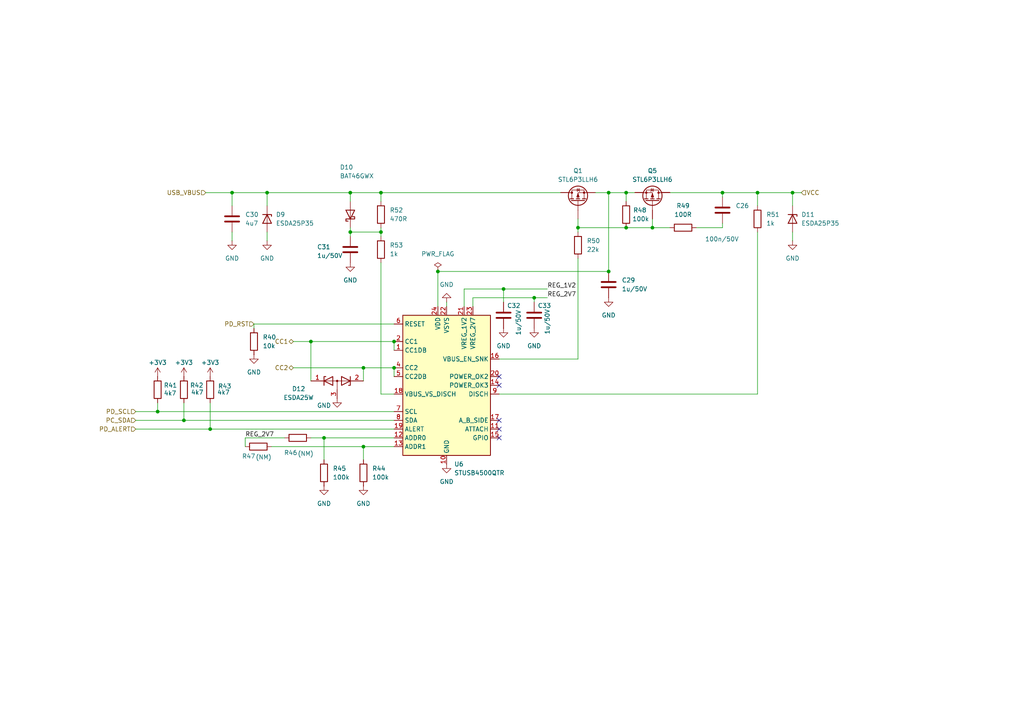
<source format=kicad_sch>
(kicad_sch (version 20231120) (generator "eeschema") (generator_version "8.0")
  (paper "A4")
  (lib_symbols
    (symbol "Device:C" (pin_numbers hide) (pin_names (offset 0.254))
      (property "Reference" "C" (at 0.635 2.54 0))
      (property "Value" "C" (at 0.635 -2.54 0))
      (symbol "C_0_1"
        (polyline (pts (xy -2.032 -0.762) (xy 2.032 -0.762)) (stroke (width 0.508)))
        (polyline (pts (xy -2.032 0.762) (xy 2.032 0.762)) (stroke (width 0.508)))
      )
      (symbol "C_1_1"
        (pin passive line (at 0 3.81 270) (length 2.794) (name "~") (number "1"))
        (pin passive line (at 0 -3.81 90) (length 2.794) (name "~") (number "2"))
      )
    )
    (symbol "Device:D_Schottky" (pin_numbers hide) (pin_names (offset 1.016) hide)
      (property "Reference" "D" (at 0 2.54 0))
      (property "Value" "D_Schottky" (at 0 -2.54 0))
      (symbol "D_Schottky_0_1"
        (polyline (pts (xy 1.27 0) (xy -1.27 0)))
        (polyline (pts (xy 1.27 1.27) (xy 1.27 -1.27) (xy -1.27 0) (xy 1.27 1.27)) (stroke (width 0.254)))
        (polyline (pts (xy -1.905 0.635) (xy -1.905 1.27) (xy -1.27 1.27) (xy -1.27 -1.27) (xy -0.635 -1.27) (xy -0.635 -0.635)) (stroke (width 0.254)))
      )
      (symbol "D_Schottky_1_1"
        (pin passive line (at -3.81 0 0) (length 2.54) (name "K") (number "1"))
        (pin passive line (at 3.81 0 180) (length 2.54) (name "A") (number "2"))
      )
    )
    (symbol "Device:D_Zener" (pin_numbers hide) (pin_names (offset 1.016) hide)
      (property "Reference" "D" (at 0 2.54 0))
      (property "Value" "D_Zener" (at 0 -2.54 0))
      (symbol "D_Zener_0_1"
        (polyline (pts (xy 1.27 0) (xy -1.27 0)))
        (polyline (pts (xy -1.27 -1.27) (xy -1.27 1.27) (xy -0.762 1.27)) (stroke (width 0.254)))
        (polyline (pts (xy 1.27 -1.27) (xy 1.27 1.27) (xy -1.27 0) (xy 1.27 -1.27)) (stroke (width 0.254)))
      )
      (symbol "D_Zener_1_1"
        (pin passive line (at -3.81 0 0) (length 2.54) (name "K") (number "1"))
        (pin passive line (at 3.81 0 180) (length 2.54) (name "A") (number "2"))
      )
    )
    (symbol "Device:D_Zener_Dual_CommonAnode_KKA" (pin_names (offset 0.762) hide)
      (property "Reference" "D" (at 1.27 -2.54 0))
      (property "Value" "D_Zener_Dual_CommonAnode_KKA" (at 0 2.54 0))
      (symbol "D_Zener_Dual_CommonAnode_KKA_0_1"
        (polyline (pts (xy -3.556 0) (xy 3.81 0)))
        (polyline (pts (xy 0 0) (xy 0 -2.54)))
        (polyline (pts (xy -3.81 -1.27) (xy -3.81 1.27) (xy -3.302 1.27)) (stroke (width 0.254)))
        (polyline (pts (xy 3.302 -1.27) (xy 3.81 -1.27) (xy 3.81 1.27)) (stroke (width 0.254)))
        (polyline (pts (xy -1.27 -1.27) (xy -3.81 0) (xy -1.27 1.27) (xy -1.27 -1.27) (xy -1.27 -1.27) (xy -1.27 -1.27)) (stroke (width 0.254)))
        (polyline (pts (xy 1.27 1.27) (xy 3.81 0) (xy 1.27 -1.27) (xy 1.27 1.27) (xy 1.27 1.27) (xy 1.27 1.27)) (stroke (width 0.254)))
        (circle (center 0 0) (radius 0.254) (fill (type outline)))
        (pin passive line (at -7.62 0 0) (length 3.81) (name "K") (number "1"))
        (pin passive line (at 7.62 0 180) (length 3.81) (name "K") (number "2"))
        (pin passive line (at 0 -5.08 90) (length 2.54) (name "A") (number "3"))
      )
    )
    (symbol "Device:R" (pin_numbers hide) (pin_names (offset 0))
      (property "Reference" "R" (at 2.032 0 90))
      (property "Value" "R" (at 0 0 90))
      (symbol "R_0_1"
        (rectangle (start -1.016 -2.54) (end 1.016 2.54) (stroke (width 0.254)))
      )
      (symbol "R_1_1"
        (pin passive line (at 0 3.81 270) (length 1.27) (name "~") (number "1"))
        (pin passive line (at 0 -3.81 90) (length 1.27) (name "~") (number "2"))
      )
    )
    (symbol "Interface_USB:STUSB4500QTR"
      (property "Reference" "U" (at -12.7 21.59 0))
      (property "Value" "STUSB4500QTR" (at 8.89 -21.59 0))
      (symbol "STUSB4500QTR_0_1"
        (rectangle (start -12.7 20.32) (end 12.7 -20.32) (stroke (width 0.254)) (fill (type background)))
      )
      (symbol "STUSB4500QTR_1_1"
        (pin bidirectional line (at -15.24 10.16 0) (length 2.54) (name "CC1DB") (number "1"))
        (pin power_in line (at 0 -22.86 90) (length 2.54) (name "GND") (number "10"))
        (pin open_collector line (at 15.24 -12.7 180) (length 2.54) (name "ATTACH") (number "11"))
        (pin input line (at -15.24 -15.24 0) (length 2.54) (name "ADDR0") (number "12"))
        (pin input line (at -15.24 -17.78 0) (length 2.54) (name "ADDR1") (number "13"))
        (pin open_collector line (at 15.24 0 180) (length 2.54) (name "POWER_OK3") (number "14"))
        (pin open_collector line (at 15.24 -15.24 180) (length 2.54) (name "GPIO") (number "15"))
        (pin open_collector line (at 15.24 7.62 180) (length 2.54) (name "VBUS_EN_SNK") (number "16"))
        (pin open_collector line (at 15.24 -10.16 180) (length 2.54) (name "A_B_SIDE") (number "17"))
        (pin input line (at -15.24 -2.54 0) (length 2.54) (name "VBUS_VS_DISCH") (number "18"))
        (pin open_collector line (at -15.24 -12.7 0) (length 2.54) (name "ALERT") (number "19"))
        (pin bidirectional line (at -15.24 12.7 0) (length 2.54) (name "CC1") (number "2"))
        (pin open_collector line (at 15.24 2.54 180) (length 2.54) (name "POWER_OK2") (number "20"))
        (pin power_out line (at 5.08 22.86 270) (length 2.54) (name "VREG_1V2") (number "21"))
        (pin power_in line (at 0 22.86 270) (length 2.54) (name "VSYS") (number "22"))
        (pin power_out line (at 7.62 22.86 270) (length 2.54) (name "VREG_2V7") (number "23"))
        (pin power_in line (at -2.54 22.86 270) (length 2.54) (name "VDD") (number "24"))
        (pin passive line (at 0 -22.86 90) (length 2.54) hide (name "GND") (number "25"))
        (pin no_connect line (at -12.7 15.24 0) (length 2.54) hide (name "NC") (number "3"))
        (pin bidirectional line (at -15.24 5.08 0) (length 2.54) (name "CC2") (number "4"))
        (pin bidirectional line (at -15.24 2.54 0) (length 2.54) (name "CC2DB") (number "5"))
        (pin input line (at -15.24 17.78 0) (length 2.54) (name "RESET") (number "6"))
        (pin input line (at -15.24 -7.62 0) (length 2.54) (name "SCL") (number "7"))
        (pin bidirectional line (at -15.24 -10.16 0) (length 2.54) (name "SDA") (number "8"))
        (pin bidirectional line (at 15.24 -2.54 180) (length 2.54) (name "DISCH") (number "9"))
      )
    )
    (symbol "power:+3V3" (power) (pin_numbers hide) (pin_names (offset 0) hide)
      (property "Value" "+3V3" (at 0 3.556 0))
      (symbol "+3V3_0_1"
        (polyline (pts (xy -0.762 1.27) (xy 0 2.54)))
        (polyline (pts (xy 0 0) (xy 0 2.54)))
        (polyline (pts (xy 0 2.54) (xy 0.762 1.27)))
      )
      (symbol "+3V3_1_1"
        (pin power_in line (at 0 0 90) (length 0) (name "~") (number "1"))
      )
    )
    (symbol "power:GND" (power) (pin_numbers hide) (pin_names (offset 0) hide)
      (property "Value" "GND" (at 0 -3.81 0))
      (symbol "GND_0_1"
        (polyline (pts (xy 0 0) (xy 0 -1.27) (xy 1.27 -1.27) (xy 0 -2.54) (xy -1.27 -1.27) (xy 0 -1.27)))
      )
      (symbol "GND_1_1"
        (pin power_in line (at 0 0 270) (length 0) (name "~") (number "1"))
      )
    )
    (symbol "power:PWR_FLAG" (power) (pin_numbers hide) (pin_names (offset 0) hide)
      (property "Value" "PWR_FLAG" (at 0 3.81 0))
      (symbol "PWR_FLAG_0_0"
        (pin power_out line (at 0 0 90) (length 0) (name "~") (number "1"))
      )
      (symbol "PWR_FLAG_0_1"
        (polyline (pts (xy 0 0) (xy 0 1.27) (xy -1.016 1.905) (xy 0 2.54) (xy 1.016 1.905) (xy 0 1.27)))
      )
    )
    (symbol "pulsarLib:STL6P3LLH6" (pin_numbers hide) (pin_names hide)
      (property "Reference" "Q" (at -6.35 6.096 0))
      (property "Value" "STL6P3LLH6" (at -7.112 3.81 0))
      (symbol "STL6P3LLH6_0_1"
        (polyline (pts (xy -1.016 0) (xy -3.81 0)))
        (polyline (pts (xy -1.016 1.905) (xy -1.016 -1.905)) (stroke (width 0.254)))
        (polyline (pts (xy -0.508 -1.27) (xy -0.508 -2.286)) (stroke (width 0.254)))
        (polyline (pts (xy -0.508 0.508) (xy -0.508 -0.508)) (stroke (width 0.254)))
        (polyline (pts (xy -0.508 2.286) (xy -0.508 1.27)) (stroke (width 0.254)))
        (polyline (pts (xy 1.27 2.54) (xy 1.27 1.778)))
        (polyline (pts (xy 1.27 -2.54) (xy 1.27 0) (xy -0.508 0)))
        (polyline (pts (xy -0.508 1.778) (xy 2.032 1.778) (xy 2.032 -1.778) (xy -0.508 -1.778)))
        (polyline (pts (xy 1.016 0) (xy 0 0.381) (xy 0 -0.381) (xy 1.016 0)) (fill (type outline)))
        (polyline (pts (xy 1.524 -0.508) (xy 1.651 -0.381) (xy 2.413 -0.381) (xy 2.54 -0.254)))
        (polyline (pts (xy 2.032 -0.381) (xy 1.651 0.254) (xy 2.413 0.254) (xy 2.032 -0.381)))
        (circle (center 0.381 0) (radius 2.794) (stroke (width 0.254)))
        (circle (center 1.27 -1.778) (radius 0.254) (fill (type outline)))
        (circle (center 1.27 1.778) (radius 0.254) (fill (type outline)))
      )
      (symbol "STL6P3LLH6_1_1"
        (pin passive line (at 1.27 -5.08 90) (length 2.54) (name "S") (number "1"))
        (pin passive line (at 1.27 -5.08 90) (length 2.54) (name "S") (number "2"))
        (pin passive line (at 1.27 -5.08 90) (length 2.54) (name "S") (number "3"))
        (pin input line (at -6.35 0 0) (length 2.54) (name "G") (number "4"))
        (pin passive line (at 1.27 5.08 270) (length 2.54) (name "D") (number "5"))
        (pin passive line (at 1.27 5.08 270) (length 2.54) (name "D") (number "6"))
        (pin passive line (at 1.27 5.08 270) (length 2.54) (name "D") (number "7"))
        (pin passive line (at 1.27 5.08 270) (length 2.54) (name "D") (number "8"))
      )
    )
  )
  (junction (at 101.6 55.88))
  (junction (at 154.94 86.36))
  (junction (at 189.23 66.04))
  (junction (at 176.53 55.88))
  (junction (at 176.53 78.74))
  (junction (at 209.55 55.88))
  (junction (at 229.87 55.88))
  (junction (at 105.41 129.54))
  (junction (at 67.31 55.88))
  (junction (at 105.41 106.68))
  (junction (at 93.98 127))
  (junction (at 219.71 55.88))
  (junction (at 101.6 67.31))
  (junction (at 53.34 121.92))
  (junction (at 45.72 119.38))
  (junction (at 114.3 106.68))
  (junction (at 181.61 66.04))
  (junction (at 77.47 55.88))
  (junction (at 110.49 67.31))
  (junction (at 167.64 66.04))
  (junction (at 146.05 83.82))
  (junction (at 127 78.74))
  (junction (at 110.49 55.88))
  (junction (at 181.61 55.88))
  (junction (at 60.96 124.46))
  (junction (at 114.3 99.06))
  (junction (at 90.17 99.06))
  (no_connect (at 144.78 121.92))
  (no_connect (at 144.78 124.46))
  (no_connect (at 144.78 127))
  (no_connect (at 144.78 109.22))
  (no_connect (at 144.78 111.76))
  (wire (pts (xy 82.55 127) (xy 71.12 127)))
  (wire (pts (xy 90.17 99.06) (xy 90.17 110.49)))
  (wire (pts (xy 127 78.74) (xy 127 88.9)))
  (wire (pts (xy 114.3 99.06) (xy 114.3 101.6)))
  (wire (pts (xy 181.61 55.88) (xy 184.15 55.88)))
  (wire (pts (xy 114.3 127) (xy 93.98 127)))
  (wire (pts (xy 146.05 83.82) (xy 134.62 83.82)))
  (wire (pts (xy 39.37 124.46) (xy 60.96 124.46)))
  (wire (pts (xy 60.96 116.84) (xy 60.96 124.46)))
  (wire (pts (xy 39.37 121.92) (xy 53.34 121.92)))
  (wire (pts (xy 59.69 55.88) (xy 67.31 55.88)))
  (wire (pts (xy 101.6 55.88) (xy 110.49 55.88)))
  (wire (pts (xy 110.49 55.88) (xy 110.49 58.42)))
  (wire (pts (xy 53.34 121.92) (xy 114.3 121.92)))
  (wire (pts (xy 90.17 99.06) (xy 114.3 99.06)))
  (wire (pts (xy 93.98 127) (xy 93.98 133.35)))
  (wire (pts (xy 77.47 67.31) (xy 77.47 69.85)))
  (wire (pts (xy 78.74 129.54) (xy 105.41 129.54)))
  (wire (pts (xy 85.09 106.68) (xy 105.41 106.68)))
  (wire (pts (xy 219.71 67.31) (xy 219.71 114.3)))
  (wire (pts (xy 209.55 55.88) (xy 209.55 57.15)))
  (wire (pts (xy 101.6 67.31) (xy 110.49 67.31)))
  (wire (pts (xy 219.71 114.3) (xy 144.78 114.3)))
  (wire (pts (xy 209.55 55.88) (xy 219.71 55.88)))
  (wire (pts (xy 176.53 55.88) (xy 181.61 55.88)))
  (wire (pts (xy 229.87 67.31) (xy 229.87 69.85)))
  (wire (pts (xy 67.31 55.88) (xy 67.31 59.69)))
  (wire (pts (xy 77.47 55.88) (xy 77.47 59.69)))
  (wire (pts (xy 181.61 66.04) (xy 189.23 66.04)))
  (wire (pts (xy 73.66 95.25) (xy 73.66 93.98)))
  (wire (pts (xy 167.64 63.5) (xy 167.64 66.04)))
  (wire (pts (xy 167.64 66.04) (xy 181.61 66.04)))
  (wire (pts (xy 105.41 106.68) (xy 105.41 110.49)))
  (wire (pts (xy 189.23 66.04) (xy 189.23 63.5)))
  (wire (pts (xy 110.49 55.88) (xy 162.56 55.88)))
  (wire (pts (xy 181.61 55.88) (xy 181.61 58.42)))
  (wire (pts (xy 67.31 67.31) (xy 67.31 69.85)))
  (wire (pts (xy 110.49 67.31) (xy 110.49 68.58)))
  (wire (pts (xy 77.47 55.88) (xy 101.6 55.88)))
  (wire (pts (xy 137.16 86.36) (xy 137.16 88.9)))
  (wire (pts (xy 146.05 83.82) (xy 146.05 87.63)))
  (wire (pts (xy 219.71 55.88) (xy 229.87 55.88)))
  (wire (pts (xy 105.41 133.35) (xy 105.41 129.54)))
  (wire (pts (xy 189.23 66.04) (xy 194.31 66.04)))
  (wire (pts (xy 176.53 55.88) (xy 176.53 78.74)))
  (wire (pts (xy 134.62 83.82) (xy 134.62 88.9)))
  (wire (pts (xy 45.72 116.84) (xy 45.72 119.38)))
  (wire (pts (xy 110.49 66.04) (xy 110.49 67.31)))
  (wire (pts (xy 39.37 119.38) (xy 45.72 119.38)))
  (wire (pts (xy 209.55 66.04) (xy 209.55 64.77)))
  (wire (pts (xy 154.94 86.36) (xy 154.94 87.63)))
  (wire (pts (xy 71.12 127) (xy 71.12 129.54)))
  (wire (pts (xy 158.75 86.36) (xy 154.94 86.36)))
  (wire (pts (xy 194.31 55.88) (xy 209.55 55.88)))
  (wire (pts (xy 73.66 93.98) (xy 114.3 93.98)))
  (wire (pts (xy 101.6 67.31) (xy 101.6 66.04)))
  (wire (pts (xy 45.72 119.38) (xy 114.3 119.38)))
  (wire (pts (xy 127 78.74) (xy 176.53 78.74)))
  (wire (pts (xy 101.6 68.58) (xy 101.6 67.31)))
  (wire (pts (xy 158.75 83.82) (xy 146.05 83.82)))
  (wire (pts (xy 167.64 66.04) (xy 167.64 67.31)))
  (wire (pts (xy 53.34 116.84) (xy 53.34 121.92)))
  (wire (pts (xy 201.93 66.04) (xy 209.55 66.04)))
  (wire (pts (xy 172.72 55.88) (xy 176.53 55.88)))
  (wire (pts (xy 219.71 55.88) (xy 219.71 59.69)))
  (wire (pts (xy 114.3 106.68) (xy 114.3 109.22)))
  (wire (pts (xy 105.41 106.68) (xy 114.3 106.68)))
  (wire (pts (xy 167.64 74.93) (xy 167.64 104.14)))
  (wire (pts (xy 229.87 55.88) (xy 232.41 55.88)))
  (wire (pts (xy 129.54 87.63) (xy 129.54 88.9)))
  (wire (pts (xy 167.64 104.14) (xy 144.78 104.14)))
  (wire (pts (xy 60.96 124.46) (xy 114.3 124.46)))
  (wire (pts (xy 67.31 55.88) (xy 77.47 55.88)))
  (wire (pts (xy 105.41 129.54) (xy 114.3 129.54)))
  (wire (pts (xy 229.87 55.88) (xy 229.87 59.69)))
  (wire (pts (xy 110.49 76.2) (xy 110.49 114.3)))
  (wire (pts (xy 101.6 55.88) (xy 101.6 58.42)))
  (wire (pts (xy 90.17 127) (xy 93.98 127)))
  (wire (pts (xy 154.94 86.36) (xy 137.16 86.36)))
  (wire (pts (xy 110.49 114.3) (xy 114.3 114.3)))
  (wire (pts (xy 85.09 99.06) (xy 90.17 99.06)))
  (label "REG_2V7" (at 158.75 86.36 0))
  (label "REG_2V7" (at 71.12 127 0))
  (label "REG_1V2" (at 158.75 83.82 0))
  (hierarchical_label "CC1" (shape bidirectional) (at 85.09 99.06 180))
  (hierarchical_label "PD_ALERT" (shape input) (at 39.37 124.46 180))
  (hierarchical_label "CC2" (shape bidirectional) (at 85.09 106.68 180))
  (hierarchical_label "USB_VBUS" (shape input) (at 59.69 55.88 180))
  (hierarchical_label "PD_RST" (shape input) (at 73.66 93.98 180))
  (hierarchical_label "PC_SDA" (shape input) (at 39.37 121.92 180))
  (hierarchical_label "VCC" (shape input) (at 232.41 55.88 0))
  (hierarchical_label "PD_SCL" (shape input) (at 39.37 119.38 180))
  (symbol (lib_id "Device:C") (at 176.53 82.55 0) (unit 1)
    (property "Reference" "C29" (at 180.34 81.2799 0) (effects (justify left)))
    (property "Value" "1u/50V" (at 180.34 83.8199 0) (effects (justify left)))
    (property "Footprint" "Capacitor_SMD:C_0603_1608Metric" (effects (hide yes)))
    (property "Description" "Unpolarized capacitor" (effects (hide yes)))
  )
  (symbol (lib_id "power:GND") (at 67.31 69.85 0) (unit 1)
    (property "Reference" "#PWR071" (effects (hide yes)))
    (property "Value" "GND" (at 67.31 74.93 0))
    (property "Description" "Power symbol creates a global label with name \"GND\" , ground" (effects (hide yes)))
  )
  (symbol (lib_id "Device:C") (at 101.6 72.39 0) (unit 1)
    (property "Reference" "C31" (at 91.948 71.628 0) (effects (justify left)))
    (property "Value" "1u/50V" (at 91.948 74.168 0) (effects (justify left)))
    (property "Footprint" "Capacitor_SMD:C_0603_1608Metric" (effects (hide yes)))
    (property "Description" "Unpolarized capacitor" (effects (hide yes)))
  )
  (symbol (lib_id "power:GND") (at 77.47 69.85 0) (unit 1)
    (property "Reference" "#PWR072" (effects (hide yes)))
    (property "Value" "GND" (at 77.47 74.93 0))
    (property "Description" "Power symbol creates a global label with name \"GND\" , ground" (effects (hide yes)))
  )
  (symbol (lib_id "Device:D_Zener_Dual_CommonAnode_KKA") (at 97.79 110.49 0) (unit 1)
    (property "Reference" "D12" (at 86.614 112.776 0))
    (property "Value" "ESDA25W" (at 86.614 115.316 0))
    (property "Footprint" "pulsarLib:SOT-323L" (effects (hide yes)))
    (property "Description" "Dual Zener diode, common anode on pin 3" (effects (hide yes)))
  )
  (symbol (lib_id "power:GND") (at 93.98 140.97 0) (unit 1)
    (property "Reference" "#PWR066" (effects (hide yes)))
    (property "Value" "GND" (at 93.98 146.05 0))
    (property "Description" "Power symbol creates a global label with name \"GND\" , ground" (effects (hide yes)))
  )
  (symbol (lib_id "power:GND") (at 154.94 95.25 0) (unit 1)
    (property "Reference" "#PWR075" (effects (hide yes)))
    (property "Value" "GND" (at 154.94 100.33 0))
    (property "Description" "Power symbol creates a global label with name \"GND\" , ground" (effects (hide yes)))
  )
  (symbol (lib_id "power:GND") (at 101.6 76.2 0) (unit 1)
    (property "Reference" "#PWR073" (effects (hide yes)))
    (property "Value" "GND" (at 101.6 81.28 0))
    (property "Description" "Power symbol creates a global label with name \"GND\" , ground" (effects (hide yes)))
  )
  (symbol (lib_id "pulsarLib:STL6P3LLH6") (at 189.23 57.15 270) (mirror x) (unit 1)
    (property "Reference" "Q5" (at 189.23 49.53 90))
    (property "Value" "STL6P3LLH6" (at 189.23 52.07 90))
    (property "Footprint" "pulsarLib:PowerFLAT 3.3x3.3" (effects (hide yes)))
  )
  (symbol (lib_id "power:GND") (at 73.66 102.87 0) (unit 1)
    (property "Reference" "#PWR056" (effects (hide yes)))
    (property "Value" "GND" (at 73.66 107.95 0))
    (property "Description" "Power symbol creates a global label with name \"GND\" , ground" (effects (hide yes)))
  )
  (symbol (lib_id "power:GND") (at 229.87 69.85 0) (unit 1)
    (property "Reference" "#PWR077" (effects (hide yes)))
    (property "Value" "GND" (at 229.87 74.93 0))
    (property "Description" "Power symbol creates a global label with name \"GND\" , ground" (effects (hide yes)))
  )
  (symbol (lib_id "power:GND") (at 129.54 87.63 180) (unit 1)
    (property "Reference" "#PWR076" (effects (hide yes)))
    (property "Value" "GND" (at 129.54 82.55 0))
    (property "Description" "Power symbol creates a global label with name \"GND\" , ground" (effects (hide yes)))
  )
  (symbol (lib_id "Device:R") (at 105.41 137.16 0) (unit 1)
    (property "Reference" "R44" (at 107.95 135.8899 0) (effects (justify left)))
    (property "Value" "100k" (at 107.95 138.4299 0) (effects (justify left)))
    (property "Footprint" "Resistor_SMD:R_0603_1608Metric" (effects (hide yes)))
    (property "Description" "Resistor" (effects (hide yes)))
  )
  (symbol (lib_id "Device:D_Schottky") (at 101.6 62.23 90) (unit 1)
    (property "Reference" "D10" (at 98.552 48.514 90) (effects (justify right)))
    (property "Value" "BAT46GWX" (at 98.552 51.054 90) (effects (justify right)))
    (property "Footprint" "Diode_SMD:D_SOD-123" (effects (hide yes)))
    (property "Description" "Schottky diode" (effects (hide yes)))
  )
  (symbol (lib_id "power:GND") (at 105.41 140.97 0) (unit 1)
    (property "Reference" "#PWR067" (effects (hide yes)))
    (property "Value" "GND" (at 105.41 146.05 0))
    (property "Description" "Power symbol creates a global label with name \"GND\" , ground" (effects (hide yes)))
  )
  (symbol (lib_id "power:GND") (at 129.54 134.62 0) (unit 1)
    (property "Reference" "#PWR065" (effects (hide yes)))
    (property "Value" "GND" (at 129.54 139.7 0))
    (property "Description" "Power symbol creates a global label with name \"GND\" , ground" (effects (hide yes)))
  )
  (symbol (lib_id "power:GND") (at 176.53 86.36 0) (unit 1)
    (property "Reference" "#PWR068" (effects (hide yes)))
    (property "Value" "GND" (at 176.53 91.44 0))
    (property "Description" "Power symbol creates a global label with name \"GND\" , ground" (effects (hide yes)))
  )
  (symbol (lib_id "Device:D_Zener") (at 229.87 63.5 270) (unit 1)
    (property "Reference" "D11" (at 232.41 62.2299 90) (effects (justify left)))
    (property "Value" "ESDA25P35" (at 232.41 64.7699 90) (effects (justify left)))
    (property "Footprint" "Diode_SMD:D_0603_1608Metric" (effects (hide yes)))
    (property "Description" "Zener diode" (effects (hide yes)))
  )
  (symbol (lib_id "Device:R") (at 73.66 99.06 0) (unit 1)
    (property "Reference" "R40" (at 76.2 97.7899 0) (effects (justify left)))
    (property "Value" "10k" (at 76.2 100.3299 0) (effects (justify left)))
    (property "Footprint" "Resistor_SMD:R_0603_1608Metric" (effects (hide yes)))
    (property "Description" "Resistor" (effects (hide yes)))
  )
  (symbol (lib_id "Device:R") (at 60.96 113.03 0) (unit 1)
    (property "Reference" "R43" (at 63.246 112.014 0) (effects (justify left)))
    (property "Value" "4k7" (at 62.992 113.792 0) (effects (justify left)))
    (property "Footprint" "Resistor_SMD:R_0603_1608Metric" (effects (hide yes)))
    (property "Description" "Resistor" (effects (hide yes)))
  )
  (symbol (lib_id "Device:R") (at 110.49 62.23 0) (unit 1)
    (property "Reference" "R52" (at 113.03 60.9599 0) (effects (justify left)))
    (property "Value" "470R" (at 113.03 63.4999 0) (effects (justify left)))
    (property "Footprint" "Resistor_SMD:R_0603_1608Metric" (effects (hide yes)))
    (property "Description" "Resistor" (effects (hide yes)))
  )
  (symbol (lib_id "power:+3V3") (at 53.34 109.22 0) (unit 1)
    (property "Reference" "#PWR061" (effects (hide yes)))
    (property "Value" "+3V3" (at 53.34 105.156 0))
    (property "Description" "Power symbol creates a global label with name \"+3V3\"" (effects (hide yes)))
  )
  (symbol (lib_id "Device:R") (at 45.72 113.03 0) (unit 1)
    (property "Reference" "R41" (at 47.498 111.76 0) (effects (justify left)))
    (property "Value" "4k7" (at 47.498 114.046 0) (effects (justify left)))
    (property "Footprint" "Resistor_SMD:R_0603_1608Metric" (effects (hide yes)))
    (property "Description" "Resistor" (effects (hide yes)))
  )
  (symbol (lib_id "power:+3V3") (at 45.72 109.22 0) (unit 1)
    (property "Reference" "#PWR057" (effects (hide yes)))
    (property "Value" "+3V3" (at 45.72 105.156 0))
    (property "Description" "Power symbol creates a global label with name \"+3V3\"" (effects (hide yes)))
  )
  (symbol (lib_id "power:GND") (at 97.79 115.57 0) (unit 1)
    (property "Reference" "#PWR069" (effects (hide yes)))
    (property "Value" "GND" (at 93.98 117.602 0))
    (property "Description" "Power symbol creates a global label with name \"GND\" , ground" (effects (hide yes)))
  )
  (symbol (lib_id "Device:R") (at 86.36 127 90) (unit 1)
    (property "Reference" "R46" (at 84.328 131.318 90))
    (property "Value" "(NM)" (at 88.646 131.572 90))
    (property "Footprint" "Resistor_SMD:R_0603_1608Metric" (effects (hide yes)))
    (property "Description" "Resistor" (effects (hide yes)))
  )
  (symbol (lib_id "Device:C") (at 154.94 91.44 0) (unit 1)
    (property "Reference" "C33" (at 155.956 88.646 0) (effects (justify left)))
    (property "Value" "1u/50V" (at 158.75 97.028 90) (effects (justify left)))
    (property "Footprint" "Capacitor_SMD:C_0603_1608Metric" (effects (hide yes)))
    (property "Description" "Unpolarized capacitor" (effects (hide yes)))
  )
  (symbol (lib_id "Device:R") (at 93.98 137.16 0) (unit 1)
    (property "Reference" "R45" (at 96.52 135.8899 0) (effects (justify left)))
    (property "Value" "100k" (at 96.52 138.4299 0) (effects (justify left)))
    (property "Footprint" "Resistor_SMD:R_0603_1608Metric" (effects (hide yes)))
    (property "Description" "Resistor" (effects (hide yes)))
  )
  (symbol (lib_id "Device:D_Zener") (at 77.47 63.5 270) (unit 1)
    (property "Reference" "D9" (at 80.01 62.2299 90) (effects (justify left)))
    (property "Value" "ESDA25P35" (at 80.01 64.7699 90) (effects (justify left)))
    (property "Footprint" "Diode_SMD:D_0603_1608Metric" (effects (hide yes)))
    (property "Description" "Zener diode" (effects (hide yes)))
  )
  (symbol (lib_id "power:PWR_FLAG") (at 127 78.74 0) (unit 1)
    (property "Reference" "#FLG03" (effects (hide yes)))
    (property "Value" "PWR_FLAG" (at 127 73.66 0))
    (property "Description" "Special symbol for telling ERC where power comes from" (effects (hide yes)))
  )
  (symbol (lib_id "Device:R") (at 74.93 129.54 90) (unit 1)
    (property "Reference" "R47" (at 72.136 132.334 90))
    (property "Value" "(NM)" (at 76.454 132.588 90))
    (property "Footprint" "Resistor_SMD:R_0603_1608Metric" (effects (hide yes)))
    (property "Description" "Resistor" (effects (hide yes)))
  )
  (symbol (lib_id "pulsarLib:STL6P3LLH6") (at 167.64 57.15 90) (unit 1)
    (property "Reference" "Q1" (at 167.64 49.53 90))
    (property "Value" "STL6P3LLH6" (at 167.64 52.07 90))
    (property "Footprint" "pulsarLib:PowerFLAT 3.3x3.3" (effects (hide yes)))
  )
  (symbol (lib_id "Device:R") (at 219.71 63.5 0) (unit 1)
    (property "Reference" "R51" (at 222.25 62.2299 0) (effects (justify left)))
    (property "Value" "1k" (at 222.25 64.7699 0) (effects (justify left)))
    (property "Footprint" "Resistor_SMD:R_0603_1608Metric" (effects (hide yes)))
    (property "Description" "Resistor" (effects (hide yes)))
  )
  (symbol (lib_id "Device:R") (at 198.12 66.04 90) (unit 1)
    (property "Reference" "R49" (at 198.12 59.69 90))
    (property "Value" "100R" (at 198.12 62.23 90))
    (property "Footprint" "Resistor_SMD:R_0805_2012Metric" (effects (hide yes)))
    (property "Description" "Resistor" (effects (hide yes)))
  )
  (symbol (lib_id "Device:C") (at 209.55 60.96 0) (unit 1)
    (property "Reference" "C26" (at 213.36 59.6899 0) (effects (justify left)))
    (property "Value" "100n/50V" (at 204.47 69.342 0) (effects (justify left)))
    (property "Footprint" "Capacitor_SMD:C_0603_1608Metric" (effects (hide yes)))
    (property "Description" "Unpolarized capacitor" (effects (hide yes)))
  )
  (symbol (lib_id "Interface_USB:STUSB4500QTR") (at 129.54 111.76 0) (unit 1)
    (property "Reference" "U6" (at 131.7341 134.62 0) (effects (justify left)))
    (property "Value" "STUSB4500QTR" (at 131.7341 137.16 0) (effects (justify left)))
    (property "Footprint" "Package_DFN_QFN:QFN-24-1EP_4x4mm_P0.5mm_EP2.7x2.7mm" (effects (hide yes)))
    (property "Datasheet" "https://www.st.com/resource/en/datasheet/stusb4500.pdf" (effects (hide yes)))
    (property "Description" "Stand-alone USB PD controller (with sink Auto-run mode), QFN-24" (effects (hide yes)))
  )
  (symbol (lib_id "power:+3V3") (at 60.96 109.22 0) (unit 1)
    (property "Reference" "#PWR062" (effects (hide yes)))
    (property "Value" "+3V3" (at 60.96 105.156 0))
    (property "Description" "Power symbol creates a global label with name \"+3V3\"" (effects (hide yes)))
  )
  (symbol (lib_id "Device:C") (at 67.31 63.5 0) (unit 1)
    (property "Reference" "C30" (at 71.12 62.2299 0) (effects (justify left)))
    (property "Value" "4u7" (at 71.12 64.7699 0) (effects (justify left)))
    (property "Footprint" "Capacitor_SMD:C_1206_3216Metric" (effects (hide yes)))
    (property "Description" "Unpolarized capacitor" (effects (hide yes)))
  )
  (symbol (lib_id "Device:R") (at 110.49 72.39 0) (unit 1)
    (property "Reference" "R53" (at 113.03 71.1199 0) (effects (justify left)))
    (property "Value" "1k" (at 113.03 73.6599 0) (effects (justify left)))
    (property "Footprint" "Resistor_SMD:R_0603_1608Metric" (effects (hide yes)))
    (property "Description" "Resistor" (effects (hide yes)))
  )
  (symbol (lib_id "Device:R") (at 181.61 62.23 0) (unit 1)
    (property "Reference" "R48" (at 183.642 60.96 0) (effects (justify left)))
    (property "Value" "100k" (at 183.388 63.5 0) (effects (justify left)))
    (property "Footprint" "Resistor_SMD:R_0603_1608Metric" (effects (hide yes)))
    (property "Description" "Resistor" (effects (hide yes)))
  )
  (symbol (lib_id "Device:C") (at 146.05 91.44 0) (unit 1)
    (property "Reference" "C32" (at 147.066 88.646 0) (effects (justify left)))
    (property "Value" "1u/50V" (at 150.368 97.282 90) (effects (justify left)))
    (property "Footprint" "Capacitor_SMD:C_0603_1608Metric" (effects (hide yes)))
    (property "Description" "Unpolarized capacitor" (effects (hide yes)))
  )
  (symbol (lib_id "Device:R") (at 53.34 113.03 0) (unit 1)
    (property "Reference" "R42" (at 55.118 111.76 0) (effects (justify left)))
    (property "Value" "4k7" (at 55.372 113.792 0) (effects (justify left)))
    (property "Footprint" "Resistor_SMD:R_0603_1608Metric" (effects (hide yes)))
    (property "Description" "Resistor" (effects (hide yes)))
  )
  (symbol (lib_id "Device:R") (at 167.64 71.12 0) (unit 1)
    (property "Reference" "R50" (at 170.18 69.8499 0) (effects (justify left)))
    (property "Value" "22k" (at 170.18 72.3899 0) (effects (justify left)))
    (property "Footprint" "Resistor_SMD:R_0603_1608Metric" (effects (hide yes)))
    (property "Description" "Resistor" (effects (hide yes)))
  )
  (symbol (lib_id "power:GND") (at 146.05 95.25 0) (unit 1)
    (property "Reference" "#PWR074" (effects (hide yes)))
    (property "Value" "GND" (at 146.05 100.33 0))
    (property "Description" "Power symbol creates a global label with name \"GND\" , ground" (effects (hide yes)))
  )
)
</source>
